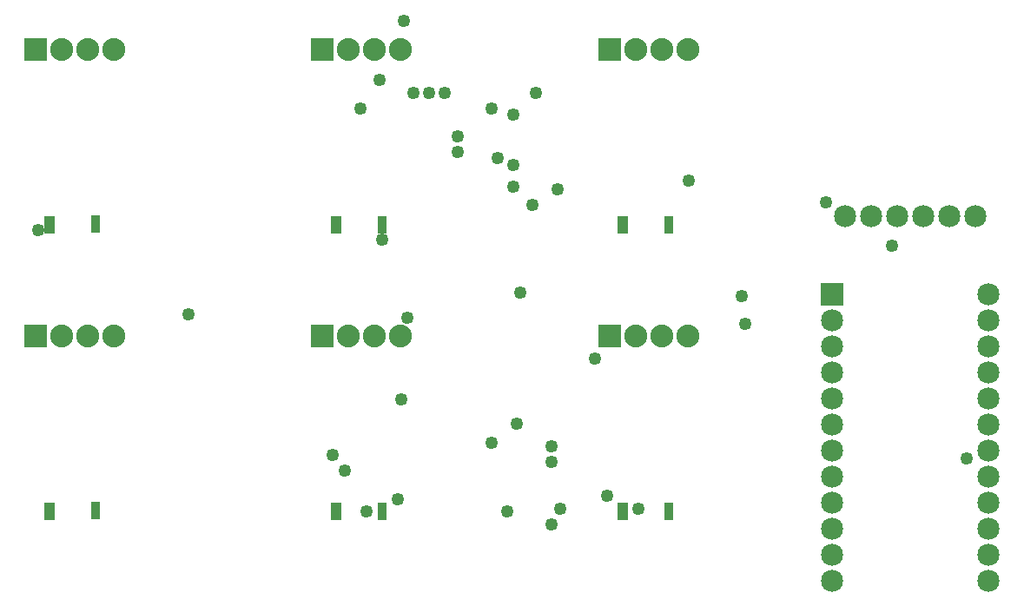
<source format=gts>
G04 MADE WITH FRITZING*
G04 WWW.FRITZING.ORG*
G04 DOUBLE SIDED*
G04 HOLES PLATED*
G04 CONTOUR ON CENTER OF CONTOUR VECTOR*
%ASAXBY*%
%FSLAX23Y23*%
%MOIN*%
%OFA0B0*%
%SFA1.0B1.0*%
%ADD10C,0.049370*%
%ADD11C,0.085000*%
%ADD12C,0.088028*%
%ADD13C,0.088000*%
%ADD14R,0.087986X0.087944*%
%ADD15R,0.037122X0.067023*%
%ADD16R,0.038557X0.067056*%
%ADD17R,0.085000X0.085000*%
%LNMASK1*%
G90*
G70*
G54D10*
X1890Y1143D03*
X1734Y399D03*
X2214Y663D03*
X2442Y351D03*
X2610Y987D03*
X474Y1479D03*
X2442Y591D03*
X2442Y651D03*
X2214Y1947D03*
X2298Y1731D03*
X2298Y1923D03*
X2370Y1575D03*
X3498Y1587D03*
X2478Y411D03*
X2382Y2007D03*
X2298Y1647D03*
X2274Y399D03*
X1854Y447D03*
X2310Y735D03*
X2658Y459D03*
X1650Y555D03*
X1794Y1443D03*
X2778Y411D03*
X1050Y1155D03*
X2466Y1635D03*
X2322Y1239D03*
X1602Y615D03*
X1866Y831D03*
X2238Y1755D03*
X2034Y2007D03*
X1974Y2007D03*
X2082Y1839D03*
X2082Y1779D03*
X1914Y2007D03*
X4038Y603D03*
X3750Y1419D03*
X3186Y1119D03*
X2970Y1671D03*
X3174Y1227D03*
X1710Y1947D03*
X1782Y2055D03*
X1878Y2283D03*
G54D11*
X3670Y1534D03*
X3770Y1534D03*
X3870Y1534D03*
X3970Y1534D03*
X4070Y1534D03*
X3570Y1534D03*
X3670Y1534D03*
X3770Y1534D03*
X3870Y1534D03*
X3970Y1534D03*
X4070Y1534D03*
X3570Y1534D03*
G54D12*
X2965Y2174D03*
G54D13*
X2865Y2174D03*
X2765Y2174D03*
X2665Y2174D03*
G54D12*
X1864Y2174D03*
G54D13*
X1764Y2174D03*
X1664Y2174D03*
X1564Y2174D03*
G54D12*
X764Y2174D03*
G54D13*
X664Y2174D03*
X564Y2174D03*
X464Y2174D03*
G54D12*
X764Y1074D03*
G54D13*
X664Y1074D03*
X564Y1074D03*
X464Y1074D03*
G54D12*
X1864Y1074D03*
G54D13*
X1764Y1074D03*
X1664Y1074D03*
X1564Y1074D03*
G54D12*
X2965Y1074D03*
G54D13*
X2865Y1074D03*
X2765Y1074D03*
X2665Y1074D03*
G54D11*
X3521Y1234D03*
X4121Y1234D03*
X3521Y1134D03*
X4121Y1134D03*
X3521Y1034D03*
X4121Y1034D03*
X3521Y934D03*
X4121Y934D03*
X3521Y834D03*
X4121Y834D03*
X3521Y734D03*
X4121Y734D03*
X3521Y634D03*
X4121Y634D03*
X3521Y534D03*
X4121Y534D03*
X3521Y434D03*
X4121Y434D03*
X3521Y334D03*
X4121Y334D03*
X3521Y234D03*
X4121Y234D03*
X3521Y134D03*
X4121Y134D03*
G54D14*
X2665Y2174D03*
X1564Y2174D03*
X464Y2174D03*
X464Y1074D03*
X1564Y1074D03*
X2665Y1074D03*
G54D15*
X692Y402D03*
G54D16*
X517Y401D03*
G54D15*
X1792Y401D03*
G54D16*
X1617Y400D03*
G54D15*
X2892Y401D03*
G54D16*
X2718Y400D03*
G54D15*
X692Y1502D03*
G54D16*
X517Y1501D03*
G54D15*
X1792Y1501D03*
G54D16*
X1617Y1500D03*
G54D15*
X2892Y1501D03*
G54D16*
X2718Y1500D03*
G54D17*
X3521Y1234D03*
G04 End of Mask1*
M02*
</source>
